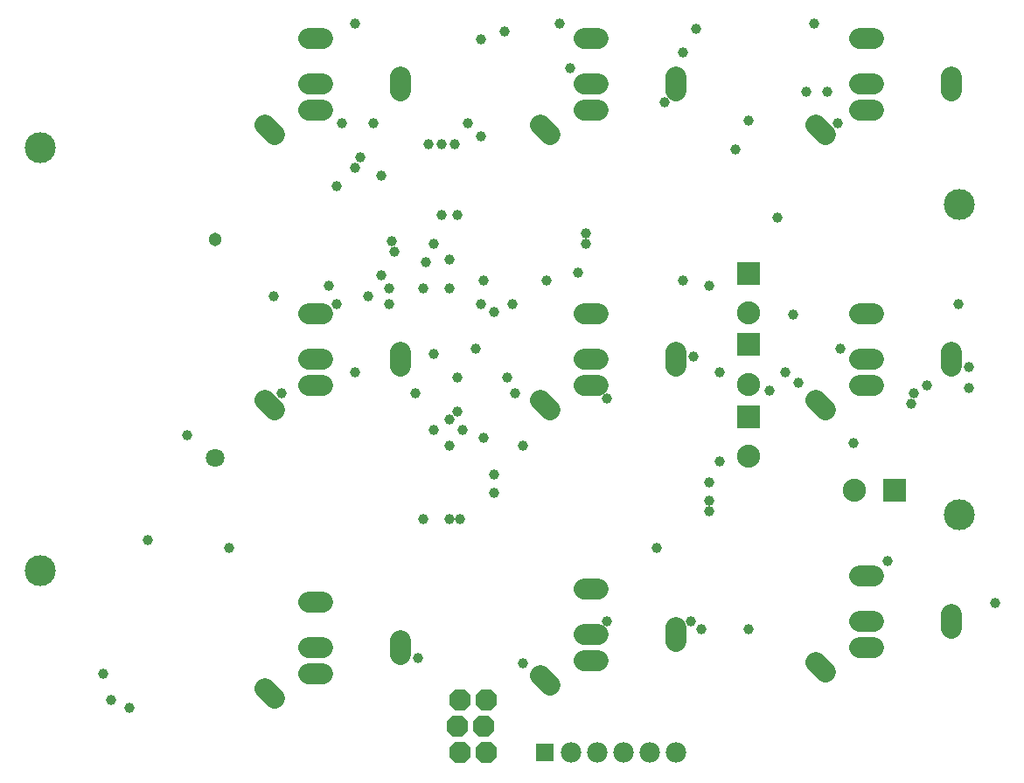
<source format=gbs>
G75*
%MOIN*%
%OFA0B0*%
%FSLAX24Y24*%
%IPPOS*%
%LPD*%
%AMOC8*
5,1,8,0,0,1.08239X$1,22.5*
%
%ADD10R,0.0880X0.0880*%
%ADD11C,0.0880*%
%ADD12R,0.0674X0.0674*%
%ADD13C,0.0780*%
%ADD14OC8,0.0820*%
%ADD15C,0.0800*%
%ADD16C,0.1182*%
%ADD17C,0.0513*%
%ADD18C,0.0710*%
%ADD19C,0.0390*%
D10*
X029600Y014127D03*
X029600Y016882D03*
X029600Y019595D03*
X035170Y011312D03*
D11*
X033652Y011312D03*
X029600Y012609D03*
X029600Y015364D03*
X029600Y018077D03*
D12*
X021850Y001312D03*
D13*
X022850Y001312D03*
X023850Y001312D03*
X024850Y001312D03*
X025850Y001312D03*
X026850Y001312D03*
D14*
X019600Y001312D03*
X018600Y001312D03*
X018500Y002312D03*
X019500Y002312D03*
X019600Y003312D03*
X018600Y003312D03*
D15*
X016350Y005047D02*
X016350Y005577D01*
X013365Y005312D02*
X012835Y005312D01*
X012835Y004312D02*
X013365Y004312D01*
X011537Y003375D02*
X011163Y003749D01*
X012835Y007062D02*
X013365Y007062D01*
X021663Y004249D02*
X022037Y003875D01*
X023335Y004812D02*
X023865Y004812D01*
X023865Y005812D02*
X023335Y005812D01*
X023335Y007562D02*
X023865Y007562D01*
X026850Y006077D02*
X026850Y005547D01*
X032163Y004749D02*
X032537Y004375D01*
X033835Y005312D02*
X034365Y005312D01*
X034365Y006312D02*
X033835Y006312D01*
X033835Y008062D02*
X034365Y008062D01*
X037350Y006577D02*
X037350Y006047D01*
X032537Y014375D02*
X032163Y014749D01*
X033835Y015312D02*
X034365Y015312D01*
X034365Y016312D02*
X033835Y016312D01*
X033835Y018062D02*
X034365Y018062D01*
X037350Y016577D02*
X037350Y016047D01*
X026850Y016047D02*
X026850Y016577D01*
X023865Y016312D02*
X023335Y016312D01*
X023335Y015312D02*
X023865Y015312D01*
X022037Y014375D02*
X021663Y014749D01*
X023335Y018062D02*
X023865Y018062D01*
X016350Y016577D02*
X016350Y016047D01*
X013365Y016312D02*
X012835Y016312D01*
X012835Y015312D02*
X013365Y015312D01*
X011537Y014375D02*
X011163Y014749D01*
X012835Y018062D02*
X013365Y018062D01*
X011537Y024875D02*
X011163Y025249D01*
X012835Y025812D02*
X013365Y025812D01*
X013365Y026812D02*
X012835Y026812D01*
X012835Y028562D02*
X013365Y028562D01*
X016350Y027077D02*
X016350Y026547D01*
X021663Y025249D02*
X022037Y024875D01*
X023335Y025812D02*
X023865Y025812D01*
X023865Y026812D02*
X023335Y026812D01*
X023335Y028562D02*
X023865Y028562D01*
X026850Y027077D02*
X026850Y026547D01*
X032163Y025249D02*
X032537Y024875D01*
X033835Y025812D02*
X034365Y025812D01*
X034365Y026812D02*
X033835Y026812D01*
X033835Y028562D02*
X034365Y028562D01*
X037350Y027077D02*
X037350Y026547D01*
D16*
X037639Y022218D03*
X037639Y010406D03*
X002600Y008241D03*
X002600Y024383D03*
D17*
X009273Y020879D03*
D18*
X009273Y012572D03*
D19*
X005300Y003312D03*
X006000Y003012D03*
X005000Y004312D03*
X009800Y009112D03*
X006700Y009412D03*
X008200Y013412D03*
X011800Y015012D03*
X014600Y015812D03*
X016900Y015012D03*
X018200Y014012D03*
X018500Y014312D03*
X018700Y013612D03*
X018200Y013012D03*
X017600Y013612D03*
X019500Y013312D03*
X021000Y013012D03*
X019900Y011912D03*
X019900Y011212D03*
X018600Y010212D03*
X018200Y010212D03*
X017200Y010212D03*
X020700Y015012D03*
X020400Y015612D03*
X019200Y016712D03*
X018500Y015612D03*
X017600Y016512D03*
X019900Y018112D03*
X019400Y018412D03*
X019500Y019312D03*
X018200Y019012D03*
X017200Y019012D03*
X017300Y020012D03*
X017600Y020712D03*
X018200Y020112D03*
X017900Y021812D03*
X018500Y021812D03*
X016000Y020812D03*
X016100Y020412D03*
X015600Y019512D03*
X015900Y019012D03*
X015900Y018412D03*
X015100Y018712D03*
X013900Y018412D03*
X013600Y019112D03*
X011500Y018712D03*
X013900Y022912D03*
X014600Y023612D03*
X014800Y024012D03*
X015600Y023312D03*
X017400Y024512D03*
X017900Y024512D03*
X018400Y024512D03*
X019400Y024812D03*
X018900Y025312D03*
X019400Y028512D03*
X020300Y028812D03*
X022400Y029112D03*
X022800Y027412D03*
X026400Y026112D03*
X027100Y028012D03*
X027600Y028912D03*
X029600Y025412D03*
X029100Y024312D03*
X031800Y026512D03*
X032600Y026512D03*
X033000Y025312D03*
X032100Y029112D03*
X030700Y021712D03*
X028100Y019112D03*
X027100Y019312D03*
X027500Y016412D03*
X028500Y015812D03*
X030400Y015112D03*
X031000Y015812D03*
X031500Y015412D03*
X033100Y016712D03*
X031300Y018012D03*
X035800Y014612D03*
X035900Y015012D03*
X036400Y015312D03*
X038000Y015212D03*
X038000Y016012D03*
X037600Y018412D03*
X033600Y013112D03*
X028500Y012412D03*
X028100Y011612D03*
X028100Y010912D03*
X028100Y010512D03*
X026100Y009112D03*
X027400Y006312D03*
X027800Y006012D03*
X029600Y006012D03*
X024200Y006312D03*
X021000Y004712D03*
X017000Y004912D03*
X024200Y014812D03*
X020600Y018412D03*
X021900Y019312D03*
X023100Y019612D03*
X023400Y020712D03*
X023400Y021112D03*
X015300Y025312D03*
X014100Y025312D03*
X014600Y029112D03*
X034900Y008612D03*
X039000Y007012D03*
M02*

</source>
